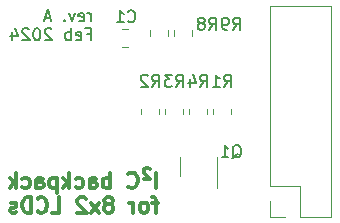
<source format=gbr>
%TF.GenerationSoftware,KiCad,Pcbnew,8.0.6+1*%
%TF.CreationDate,2024-12-08T19:19:35+01:00*%
%TF.ProjectId,8x2 backpack,38783220-6261-4636-9b70-61636b2e6b69,rev?*%
%TF.SameCoordinates,Original*%
%TF.FileFunction,Legend,Bot*%
%TF.FilePolarity,Positive*%
%FSLAX46Y46*%
G04 Gerber Fmt 4.6, Leading zero omitted, Abs format (unit mm)*
G04 Created by KiCad (PCBNEW 8.0.6+1) date 2024-12-08 19:19:35*
%MOMM*%
%LPD*%
G01*
G04 APERTURE LIST*
%ADD10C,0.150000*%
%ADD11C,0.300000*%
%ADD12C,0.120000*%
G04 APERTURE END LIST*
D10*
X42163220Y-41759875D02*
X42163220Y-41093208D01*
X42163220Y-41283684D02*
X42115601Y-41188446D01*
X42115601Y-41188446D02*
X42067982Y-41140827D01*
X42067982Y-41140827D02*
X41972744Y-41093208D01*
X41972744Y-41093208D02*
X41877506Y-41093208D01*
X41163220Y-41712256D02*
X41258458Y-41759875D01*
X41258458Y-41759875D02*
X41448934Y-41759875D01*
X41448934Y-41759875D02*
X41544172Y-41712256D01*
X41544172Y-41712256D02*
X41591791Y-41617017D01*
X41591791Y-41617017D02*
X41591791Y-41236065D01*
X41591791Y-41236065D02*
X41544172Y-41140827D01*
X41544172Y-41140827D02*
X41448934Y-41093208D01*
X41448934Y-41093208D02*
X41258458Y-41093208D01*
X41258458Y-41093208D02*
X41163220Y-41140827D01*
X41163220Y-41140827D02*
X41115601Y-41236065D01*
X41115601Y-41236065D02*
X41115601Y-41331303D01*
X41115601Y-41331303D02*
X41591791Y-41426541D01*
X40782267Y-41093208D02*
X40544172Y-41759875D01*
X40544172Y-41759875D02*
X40306077Y-41093208D01*
X39925124Y-41664636D02*
X39877505Y-41712256D01*
X39877505Y-41712256D02*
X39925124Y-41759875D01*
X39925124Y-41759875D02*
X39972743Y-41712256D01*
X39972743Y-41712256D02*
X39925124Y-41664636D01*
X39925124Y-41664636D02*
X39925124Y-41759875D01*
X38734648Y-41474160D02*
X38258458Y-41474160D01*
X38829886Y-41759875D02*
X38496553Y-40759875D01*
X38496553Y-40759875D02*
X38163220Y-41759875D01*
X41829887Y-42846009D02*
X42163220Y-42846009D01*
X42163220Y-43369819D02*
X42163220Y-42369819D01*
X42163220Y-42369819D02*
X41687030Y-42369819D01*
X40925125Y-43322200D02*
X41020363Y-43369819D01*
X41020363Y-43369819D02*
X41210839Y-43369819D01*
X41210839Y-43369819D02*
X41306077Y-43322200D01*
X41306077Y-43322200D02*
X41353696Y-43226961D01*
X41353696Y-43226961D02*
X41353696Y-42846009D01*
X41353696Y-42846009D02*
X41306077Y-42750771D01*
X41306077Y-42750771D02*
X41210839Y-42703152D01*
X41210839Y-42703152D02*
X41020363Y-42703152D01*
X41020363Y-42703152D02*
X40925125Y-42750771D01*
X40925125Y-42750771D02*
X40877506Y-42846009D01*
X40877506Y-42846009D02*
X40877506Y-42941247D01*
X40877506Y-42941247D02*
X41353696Y-43036485D01*
X40448934Y-43369819D02*
X40448934Y-42369819D01*
X40448934Y-42750771D02*
X40353696Y-42703152D01*
X40353696Y-42703152D02*
X40163220Y-42703152D01*
X40163220Y-42703152D02*
X40067982Y-42750771D01*
X40067982Y-42750771D02*
X40020363Y-42798390D01*
X40020363Y-42798390D02*
X39972744Y-42893628D01*
X39972744Y-42893628D02*
X39972744Y-43179342D01*
X39972744Y-43179342D02*
X40020363Y-43274580D01*
X40020363Y-43274580D02*
X40067982Y-43322200D01*
X40067982Y-43322200D02*
X40163220Y-43369819D01*
X40163220Y-43369819D02*
X40353696Y-43369819D01*
X40353696Y-43369819D02*
X40448934Y-43322200D01*
X38829886Y-42465057D02*
X38782267Y-42417438D01*
X38782267Y-42417438D02*
X38687029Y-42369819D01*
X38687029Y-42369819D02*
X38448934Y-42369819D01*
X38448934Y-42369819D02*
X38353696Y-42417438D01*
X38353696Y-42417438D02*
X38306077Y-42465057D01*
X38306077Y-42465057D02*
X38258458Y-42560295D01*
X38258458Y-42560295D02*
X38258458Y-42655533D01*
X38258458Y-42655533D02*
X38306077Y-42798390D01*
X38306077Y-42798390D02*
X38877505Y-43369819D01*
X38877505Y-43369819D02*
X38258458Y-43369819D01*
X37639410Y-42369819D02*
X37544172Y-42369819D01*
X37544172Y-42369819D02*
X37448934Y-42417438D01*
X37448934Y-42417438D02*
X37401315Y-42465057D01*
X37401315Y-42465057D02*
X37353696Y-42560295D01*
X37353696Y-42560295D02*
X37306077Y-42750771D01*
X37306077Y-42750771D02*
X37306077Y-42988866D01*
X37306077Y-42988866D02*
X37353696Y-43179342D01*
X37353696Y-43179342D02*
X37401315Y-43274580D01*
X37401315Y-43274580D02*
X37448934Y-43322200D01*
X37448934Y-43322200D02*
X37544172Y-43369819D01*
X37544172Y-43369819D02*
X37639410Y-43369819D01*
X37639410Y-43369819D02*
X37734648Y-43322200D01*
X37734648Y-43322200D02*
X37782267Y-43274580D01*
X37782267Y-43274580D02*
X37829886Y-43179342D01*
X37829886Y-43179342D02*
X37877505Y-42988866D01*
X37877505Y-42988866D02*
X37877505Y-42750771D01*
X37877505Y-42750771D02*
X37829886Y-42560295D01*
X37829886Y-42560295D02*
X37782267Y-42465057D01*
X37782267Y-42465057D02*
X37734648Y-42417438D01*
X37734648Y-42417438D02*
X37639410Y-42369819D01*
X36925124Y-42465057D02*
X36877505Y-42417438D01*
X36877505Y-42417438D02*
X36782267Y-42369819D01*
X36782267Y-42369819D02*
X36544172Y-42369819D01*
X36544172Y-42369819D02*
X36448934Y-42417438D01*
X36448934Y-42417438D02*
X36401315Y-42465057D01*
X36401315Y-42465057D02*
X36353696Y-42560295D01*
X36353696Y-42560295D02*
X36353696Y-42655533D01*
X36353696Y-42655533D02*
X36401315Y-42798390D01*
X36401315Y-42798390D02*
X36972743Y-43369819D01*
X36972743Y-43369819D02*
X36353696Y-43369819D01*
X35496553Y-42703152D02*
X35496553Y-43369819D01*
X35734648Y-42322200D02*
X35972743Y-43036485D01*
X35972743Y-43036485D02*
X35353696Y-43036485D01*
D11*
X47689608Y-55898377D02*
X47689608Y-54598377D01*
X47132464Y-54288853D02*
X47008655Y-54226949D01*
X47008655Y-54226949D02*
X46822941Y-54226949D01*
X46822941Y-54226949D02*
X46699131Y-54288853D01*
X46699131Y-54288853D02*
X46637226Y-54412663D01*
X46637226Y-54412663D02*
X46637226Y-54536473D01*
X46637226Y-54536473D02*
X46699131Y-54660282D01*
X46699131Y-54660282D02*
X47132464Y-55093615D01*
X47132464Y-55093615D02*
X46637226Y-55093615D01*
X45337227Y-55774568D02*
X45399131Y-55836473D01*
X45399131Y-55836473D02*
X45584846Y-55898377D01*
X45584846Y-55898377D02*
X45708655Y-55898377D01*
X45708655Y-55898377D02*
X45894369Y-55836473D01*
X45894369Y-55836473D02*
X46018179Y-55712663D01*
X46018179Y-55712663D02*
X46080084Y-55588853D01*
X46080084Y-55588853D02*
X46141988Y-55341234D01*
X46141988Y-55341234D02*
X46141988Y-55155520D01*
X46141988Y-55155520D02*
X46080084Y-54907901D01*
X46080084Y-54907901D02*
X46018179Y-54784092D01*
X46018179Y-54784092D02*
X45894369Y-54660282D01*
X45894369Y-54660282D02*
X45708655Y-54598377D01*
X45708655Y-54598377D02*
X45584846Y-54598377D01*
X45584846Y-54598377D02*
X45399131Y-54660282D01*
X45399131Y-54660282D02*
X45337227Y-54722187D01*
X43789608Y-55898377D02*
X43789608Y-54598377D01*
X43789608Y-55093615D02*
X43665798Y-55031711D01*
X43665798Y-55031711D02*
X43418179Y-55031711D01*
X43418179Y-55031711D02*
X43294370Y-55093615D01*
X43294370Y-55093615D02*
X43232465Y-55155520D01*
X43232465Y-55155520D02*
X43170560Y-55279330D01*
X43170560Y-55279330D02*
X43170560Y-55650758D01*
X43170560Y-55650758D02*
X43232465Y-55774568D01*
X43232465Y-55774568D02*
X43294370Y-55836473D01*
X43294370Y-55836473D02*
X43418179Y-55898377D01*
X43418179Y-55898377D02*
X43665798Y-55898377D01*
X43665798Y-55898377D02*
X43789608Y-55836473D01*
X42056275Y-55898377D02*
X42056275Y-55217425D01*
X42056275Y-55217425D02*
X42118180Y-55093615D01*
X42118180Y-55093615D02*
X42241989Y-55031711D01*
X42241989Y-55031711D02*
X42489608Y-55031711D01*
X42489608Y-55031711D02*
X42613418Y-55093615D01*
X42056275Y-55836473D02*
X42180084Y-55898377D01*
X42180084Y-55898377D02*
X42489608Y-55898377D01*
X42489608Y-55898377D02*
X42613418Y-55836473D01*
X42613418Y-55836473D02*
X42675322Y-55712663D01*
X42675322Y-55712663D02*
X42675322Y-55588853D01*
X42675322Y-55588853D02*
X42613418Y-55465044D01*
X42613418Y-55465044D02*
X42489608Y-55403139D01*
X42489608Y-55403139D02*
X42180084Y-55403139D01*
X42180084Y-55403139D02*
X42056275Y-55341234D01*
X40880085Y-55836473D02*
X41003894Y-55898377D01*
X41003894Y-55898377D02*
X41251513Y-55898377D01*
X41251513Y-55898377D02*
X41375323Y-55836473D01*
X41375323Y-55836473D02*
X41437228Y-55774568D01*
X41437228Y-55774568D02*
X41499132Y-55650758D01*
X41499132Y-55650758D02*
X41499132Y-55279330D01*
X41499132Y-55279330D02*
X41437228Y-55155520D01*
X41437228Y-55155520D02*
X41375323Y-55093615D01*
X41375323Y-55093615D02*
X41251513Y-55031711D01*
X41251513Y-55031711D02*
X41003894Y-55031711D01*
X41003894Y-55031711D02*
X40880085Y-55093615D01*
X40322942Y-55898377D02*
X40322942Y-54598377D01*
X40199132Y-55403139D02*
X39827704Y-55898377D01*
X39827704Y-55031711D02*
X40322942Y-55526949D01*
X39270561Y-55031711D02*
X39270561Y-56331711D01*
X39270561Y-55093615D02*
X39146751Y-55031711D01*
X39146751Y-55031711D02*
X38899132Y-55031711D01*
X38899132Y-55031711D02*
X38775323Y-55093615D01*
X38775323Y-55093615D02*
X38713418Y-55155520D01*
X38713418Y-55155520D02*
X38651513Y-55279330D01*
X38651513Y-55279330D02*
X38651513Y-55650758D01*
X38651513Y-55650758D02*
X38713418Y-55774568D01*
X38713418Y-55774568D02*
X38775323Y-55836473D01*
X38775323Y-55836473D02*
X38899132Y-55898377D01*
X38899132Y-55898377D02*
X39146751Y-55898377D01*
X39146751Y-55898377D02*
X39270561Y-55836473D01*
X37537228Y-55898377D02*
X37537228Y-55217425D01*
X37537228Y-55217425D02*
X37599133Y-55093615D01*
X37599133Y-55093615D02*
X37722942Y-55031711D01*
X37722942Y-55031711D02*
X37970561Y-55031711D01*
X37970561Y-55031711D02*
X38094371Y-55093615D01*
X37537228Y-55836473D02*
X37661037Y-55898377D01*
X37661037Y-55898377D02*
X37970561Y-55898377D01*
X37970561Y-55898377D02*
X38094371Y-55836473D01*
X38094371Y-55836473D02*
X38156275Y-55712663D01*
X38156275Y-55712663D02*
X38156275Y-55588853D01*
X38156275Y-55588853D02*
X38094371Y-55465044D01*
X38094371Y-55465044D02*
X37970561Y-55403139D01*
X37970561Y-55403139D02*
X37661037Y-55403139D01*
X37661037Y-55403139D02*
X37537228Y-55341234D01*
X36361038Y-55836473D02*
X36484847Y-55898377D01*
X36484847Y-55898377D02*
X36732466Y-55898377D01*
X36732466Y-55898377D02*
X36856276Y-55836473D01*
X36856276Y-55836473D02*
X36918181Y-55774568D01*
X36918181Y-55774568D02*
X36980085Y-55650758D01*
X36980085Y-55650758D02*
X36980085Y-55279330D01*
X36980085Y-55279330D02*
X36918181Y-55155520D01*
X36918181Y-55155520D02*
X36856276Y-55093615D01*
X36856276Y-55093615D02*
X36732466Y-55031711D01*
X36732466Y-55031711D02*
X36484847Y-55031711D01*
X36484847Y-55031711D02*
X36361038Y-55093615D01*
X35803895Y-55898377D02*
X35803895Y-54598377D01*
X35680085Y-55403139D02*
X35308657Y-55898377D01*
X35308657Y-55031711D02*
X35803895Y-55526949D01*
X47875322Y-57124638D02*
X47380084Y-57124638D01*
X47689608Y-57991304D02*
X47689608Y-56877019D01*
X47689608Y-56877019D02*
X47627703Y-56753209D01*
X47627703Y-56753209D02*
X47503893Y-56691304D01*
X47503893Y-56691304D02*
X47380084Y-56691304D01*
X46761036Y-57991304D02*
X46884846Y-57929400D01*
X46884846Y-57929400D02*
X46946751Y-57867495D01*
X46946751Y-57867495D02*
X47008655Y-57743685D01*
X47008655Y-57743685D02*
X47008655Y-57372257D01*
X47008655Y-57372257D02*
X46946751Y-57248447D01*
X46946751Y-57248447D02*
X46884846Y-57186542D01*
X46884846Y-57186542D02*
X46761036Y-57124638D01*
X46761036Y-57124638D02*
X46575322Y-57124638D01*
X46575322Y-57124638D02*
X46451513Y-57186542D01*
X46451513Y-57186542D02*
X46389608Y-57248447D01*
X46389608Y-57248447D02*
X46327703Y-57372257D01*
X46327703Y-57372257D02*
X46327703Y-57743685D01*
X46327703Y-57743685D02*
X46389608Y-57867495D01*
X46389608Y-57867495D02*
X46451513Y-57929400D01*
X46451513Y-57929400D02*
X46575322Y-57991304D01*
X46575322Y-57991304D02*
X46761036Y-57991304D01*
X45770561Y-57991304D02*
X45770561Y-57124638D01*
X45770561Y-57372257D02*
X45708656Y-57248447D01*
X45708656Y-57248447D02*
X45646751Y-57186542D01*
X45646751Y-57186542D02*
X45522942Y-57124638D01*
X45522942Y-57124638D02*
X45399132Y-57124638D01*
X43789608Y-57248447D02*
X43913418Y-57186542D01*
X43913418Y-57186542D02*
X43975323Y-57124638D01*
X43975323Y-57124638D02*
X44037227Y-57000828D01*
X44037227Y-57000828D02*
X44037227Y-56938923D01*
X44037227Y-56938923D02*
X43975323Y-56815114D01*
X43975323Y-56815114D02*
X43913418Y-56753209D01*
X43913418Y-56753209D02*
X43789608Y-56691304D01*
X43789608Y-56691304D02*
X43541989Y-56691304D01*
X43541989Y-56691304D02*
X43418180Y-56753209D01*
X43418180Y-56753209D02*
X43356275Y-56815114D01*
X43356275Y-56815114D02*
X43294370Y-56938923D01*
X43294370Y-56938923D02*
X43294370Y-57000828D01*
X43294370Y-57000828D02*
X43356275Y-57124638D01*
X43356275Y-57124638D02*
X43418180Y-57186542D01*
X43418180Y-57186542D02*
X43541989Y-57248447D01*
X43541989Y-57248447D02*
X43789608Y-57248447D01*
X43789608Y-57248447D02*
X43913418Y-57310352D01*
X43913418Y-57310352D02*
X43975323Y-57372257D01*
X43975323Y-57372257D02*
X44037227Y-57496066D01*
X44037227Y-57496066D02*
X44037227Y-57743685D01*
X44037227Y-57743685D02*
X43975323Y-57867495D01*
X43975323Y-57867495D02*
X43913418Y-57929400D01*
X43913418Y-57929400D02*
X43789608Y-57991304D01*
X43789608Y-57991304D02*
X43541989Y-57991304D01*
X43541989Y-57991304D02*
X43418180Y-57929400D01*
X43418180Y-57929400D02*
X43356275Y-57867495D01*
X43356275Y-57867495D02*
X43294370Y-57743685D01*
X43294370Y-57743685D02*
X43294370Y-57496066D01*
X43294370Y-57496066D02*
X43356275Y-57372257D01*
X43356275Y-57372257D02*
X43418180Y-57310352D01*
X43418180Y-57310352D02*
X43541989Y-57248447D01*
X42861037Y-57991304D02*
X42180085Y-57124638D01*
X42861037Y-57124638D02*
X42180085Y-57991304D01*
X41746751Y-56815114D02*
X41684847Y-56753209D01*
X41684847Y-56753209D02*
X41561037Y-56691304D01*
X41561037Y-56691304D02*
X41251513Y-56691304D01*
X41251513Y-56691304D02*
X41127704Y-56753209D01*
X41127704Y-56753209D02*
X41065799Y-56815114D01*
X41065799Y-56815114D02*
X41003894Y-56938923D01*
X41003894Y-56938923D02*
X41003894Y-57062733D01*
X41003894Y-57062733D02*
X41065799Y-57248447D01*
X41065799Y-57248447D02*
X41808656Y-57991304D01*
X41808656Y-57991304D02*
X41003894Y-57991304D01*
X38837228Y-57991304D02*
X39456276Y-57991304D01*
X39456276Y-57991304D02*
X39456276Y-56691304D01*
X37661038Y-57867495D02*
X37722942Y-57929400D01*
X37722942Y-57929400D02*
X37908657Y-57991304D01*
X37908657Y-57991304D02*
X38032466Y-57991304D01*
X38032466Y-57991304D02*
X38218180Y-57929400D01*
X38218180Y-57929400D02*
X38341990Y-57805590D01*
X38341990Y-57805590D02*
X38403895Y-57681780D01*
X38403895Y-57681780D02*
X38465799Y-57434161D01*
X38465799Y-57434161D02*
X38465799Y-57248447D01*
X38465799Y-57248447D02*
X38403895Y-57000828D01*
X38403895Y-57000828D02*
X38341990Y-56877019D01*
X38341990Y-56877019D02*
X38218180Y-56753209D01*
X38218180Y-56753209D02*
X38032466Y-56691304D01*
X38032466Y-56691304D02*
X37908657Y-56691304D01*
X37908657Y-56691304D02*
X37722942Y-56753209D01*
X37722942Y-56753209D02*
X37661038Y-56815114D01*
X37103895Y-57991304D02*
X37103895Y-56691304D01*
X37103895Y-56691304D02*
X36794371Y-56691304D01*
X36794371Y-56691304D02*
X36608657Y-56753209D01*
X36608657Y-56753209D02*
X36484847Y-56877019D01*
X36484847Y-56877019D02*
X36422942Y-57000828D01*
X36422942Y-57000828D02*
X36361038Y-57248447D01*
X36361038Y-57248447D02*
X36361038Y-57434161D01*
X36361038Y-57434161D02*
X36422942Y-57681780D01*
X36422942Y-57681780D02*
X36484847Y-57805590D01*
X36484847Y-57805590D02*
X36608657Y-57929400D01*
X36608657Y-57929400D02*
X36794371Y-57991304D01*
X36794371Y-57991304D02*
X37103895Y-57991304D01*
X35865799Y-57929400D02*
X35741990Y-57991304D01*
X35741990Y-57991304D02*
X35494371Y-57991304D01*
X35494371Y-57991304D02*
X35370561Y-57929400D01*
X35370561Y-57929400D02*
X35308657Y-57805590D01*
X35308657Y-57805590D02*
X35308657Y-57743685D01*
X35308657Y-57743685D02*
X35370561Y-57619876D01*
X35370561Y-57619876D02*
X35494371Y-57557971D01*
X35494371Y-57557971D02*
X35680085Y-57557971D01*
X35680085Y-57557971D02*
X35803895Y-57496066D01*
X35803895Y-57496066D02*
X35865799Y-57372257D01*
X35865799Y-57372257D02*
X35865799Y-57310352D01*
X35865799Y-57310352D02*
X35803895Y-57186542D01*
X35803895Y-57186542D02*
X35680085Y-57124638D01*
X35680085Y-57124638D02*
X35494371Y-57124638D01*
X35494371Y-57124638D02*
X35370561Y-57186542D01*
D10*
X49379166Y-47317819D02*
X49712499Y-46841628D01*
X49950594Y-47317819D02*
X49950594Y-46317819D01*
X49950594Y-46317819D02*
X49569642Y-46317819D01*
X49569642Y-46317819D02*
X49474404Y-46365438D01*
X49474404Y-46365438D02*
X49426785Y-46413057D01*
X49426785Y-46413057D02*
X49379166Y-46508295D01*
X49379166Y-46508295D02*
X49379166Y-46651152D01*
X49379166Y-46651152D02*
X49426785Y-46746390D01*
X49426785Y-46746390D02*
X49474404Y-46794009D01*
X49474404Y-46794009D02*
X49569642Y-46841628D01*
X49569642Y-46841628D02*
X49950594Y-46841628D01*
X49045832Y-46317819D02*
X48426785Y-46317819D01*
X48426785Y-46317819D02*
X48760118Y-46698771D01*
X48760118Y-46698771D02*
X48617261Y-46698771D01*
X48617261Y-46698771D02*
X48522023Y-46746390D01*
X48522023Y-46746390D02*
X48474404Y-46794009D01*
X48474404Y-46794009D02*
X48426785Y-46889247D01*
X48426785Y-46889247D02*
X48426785Y-47127342D01*
X48426785Y-47127342D02*
X48474404Y-47222580D01*
X48474404Y-47222580D02*
X48522023Y-47270200D01*
X48522023Y-47270200D02*
X48617261Y-47317819D01*
X48617261Y-47317819D02*
X48902975Y-47317819D01*
X48902975Y-47317819D02*
X48998213Y-47270200D01*
X48998213Y-47270200D02*
X49045832Y-47222580D01*
X45315166Y-41761580D02*
X45362785Y-41809200D01*
X45362785Y-41809200D02*
X45505642Y-41856819D01*
X45505642Y-41856819D02*
X45600880Y-41856819D01*
X45600880Y-41856819D02*
X45743737Y-41809200D01*
X45743737Y-41809200D02*
X45838975Y-41713961D01*
X45838975Y-41713961D02*
X45886594Y-41618723D01*
X45886594Y-41618723D02*
X45934213Y-41428247D01*
X45934213Y-41428247D02*
X45934213Y-41285390D01*
X45934213Y-41285390D02*
X45886594Y-41094914D01*
X45886594Y-41094914D02*
X45838975Y-40999676D01*
X45838975Y-40999676D02*
X45743737Y-40904438D01*
X45743737Y-40904438D02*
X45600880Y-40856819D01*
X45600880Y-40856819D02*
X45505642Y-40856819D01*
X45505642Y-40856819D02*
X45362785Y-40904438D01*
X45362785Y-40904438D02*
X45315166Y-40952057D01*
X44362785Y-41856819D02*
X44934213Y-41856819D01*
X44648499Y-41856819D02*
X44648499Y-40856819D01*
X44648499Y-40856819D02*
X44743737Y-40999676D01*
X44743737Y-40999676D02*
X44838975Y-41094914D01*
X44838975Y-41094914D02*
X44934213Y-41142533D01*
X53443166Y-47317819D02*
X53776499Y-46841628D01*
X54014594Y-47317819D02*
X54014594Y-46317819D01*
X54014594Y-46317819D02*
X53633642Y-46317819D01*
X53633642Y-46317819D02*
X53538404Y-46365438D01*
X53538404Y-46365438D02*
X53490785Y-46413057D01*
X53490785Y-46413057D02*
X53443166Y-46508295D01*
X53443166Y-46508295D02*
X53443166Y-46651152D01*
X53443166Y-46651152D02*
X53490785Y-46746390D01*
X53490785Y-46746390D02*
X53538404Y-46794009D01*
X53538404Y-46794009D02*
X53633642Y-46841628D01*
X53633642Y-46841628D02*
X54014594Y-46841628D01*
X52490785Y-47317819D02*
X53062213Y-47317819D01*
X52776499Y-47317819D02*
X52776499Y-46317819D01*
X52776499Y-46317819D02*
X52871737Y-46460676D01*
X52871737Y-46460676D02*
X52966975Y-46555914D01*
X52966975Y-46555914D02*
X53062213Y-46603533D01*
X52173166Y-42491819D02*
X52506499Y-42015628D01*
X52744594Y-42491819D02*
X52744594Y-41491819D01*
X52744594Y-41491819D02*
X52363642Y-41491819D01*
X52363642Y-41491819D02*
X52268404Y-41539438D01*
X52268404Y-41539438D02*
X52220785Y-41587057D01*
X52220785Y-41587057D02*
X52173166Y-41682295D01*
X52173166Y-41682295D02*
X52173166Y-41825152D01*
X52173166Y-41825152D02*
X52220785Y-41920390D01*
X52220785Y-41920390D02*
X52268404Y-41968009D01*
X52268404Y-41968009D02*
X52363642Y-42015628D01*
X52363642Y-42015628D02*
X52744594Y-42015628D01*
X51601737Y-41920390D02*
X51696975Y-41872771D01*
X51696975Y-41872771D02*
X51744594Y-41825152D01*
X51744594Y-41825152D02*
X51792213Y-41729914D01*
X51792213Y-41729914D02*
X51792213Y-41682295D01*
X51792213Y-41682295D02*
X51744594Y-41587057D01*
X51744594Y-41587057D02*
X51696975Y-41539438D01*
X51696975Y-41539438D02*
X51601737Y-41491819D01*
X51601737Y-41491819D02*
X51411261Y-41491819D01*
X51411261Y-41491819D02*
X51316023Y-41539438D01*
X51316023Y-41539438D02*
X51268404Y-41587057D01*
X51268404Y-41587057D02*
X51220785Y-41682295D01*
X51220785Y-41682295D02*
X51220785Y-41729914D01*
X51220785Y-41729914D02*
X51268404Y-41825152D01*
X51268404Y-41825152D02*
X51316023Y-41872771D01*
X51316023Y-41872771D02*
X51411261Y-41920390D01*
X51411261Y-41920390D02*
X51601737Y-41920390D01*
X51601737Y-41920390D02*
X51696975Y-41968009D01*
X51696975Y-41968009D02*
X51744594Y-42015628D01*
X51744594Y-42015628D02*
X51792213Y-42110866D01*
X51792213Y-42110866D02*
X51792213Y-42301342D01*
X51792213Y-42301342D02*
X51744594Y-42396580D01*
X51744594Y-42396580D02*
X51696975Y-42444200D01*
X51696975Y-42444200D02*
X51601737Y-42491819D01*
X51601737Y-42491819D02*
X51411261Y-42491819D01*
X51411261Y-42491819D02*
X51316023Y-42444200D01*
X51316023Y-42444200D02*
X51268404Y-42396580D01*
X51268404Y-42396580D02*
X51220785Y-42301342D01*
X51220785Y-42301342D02*
X51220785Y-42110866D01*
X51220785Y-42110866D02*
X51268404Y-42015628D01*
X51268404Y-42015628D02*
X51316023Y-41968009D01*
X51316023Y-41968009D02*
X51411261Y-41920390D01*
X54205166Y-42491819D02*
X54538499Y-42015628D01*
X54776594Y-42491819D02*
X54776594Y-41491819D01*
X54776594Y-41491819D02*
X54395642Y-41491819D01*
X54395642Y-41491819D02*
X54300404Y-41539438D01*
X54300404Y-41539438D02*
X54252785Y-41587057D01*
X54252785Y-41587057D02*
X54205166Y-41682295D01*
X54205166Y-41682295D02*
X54205166Y-41825152D01*
X54205166Y-41825152D02*
X54252785Y-41920390D01*
X54252785Y-41920390D02*
X54300404Y-41968009D01*
X54300404Y-41968009D02*
X54395642Y-42015628D01*
X54395642Y-42015628D02*
X54776594Y-42015628D01*
X53728975Y-42491819D02*
X53538499Y-42491819D01*
X53538499Y-42491819D02*
X53443261Y-42444200D01*
X53443261Y-42444200D02*
X53395642Y-42396580D01*
X53395642Y-42396580D02*
X53300404Y-42253723D01*
X53300404Y-42253723D02*
X53252785Y-42063247D01*
X53252785Y-42063247D02*
X53252785Y-41682295D01*
X53252785Y-41682295D02*
X53300404Y-41587057D01*
X53300404Y-41587057D02*
X53348023Y-41539438D01*
X53348023Y-41539438D02*
X53443261Y-41491819D01*
X53443261Y-41491819D02*
X53633737Y-41491819D01*
X53633737Y-41491819D02*
X53728975Y-41539438D01*
X53728975Y-41539438D02*
X53776594Y-41587057D01*
X53776594Y-41587057D02*
X53824213Y-41682295D01*
X53824213Y-41682295D02*
X53824213Y-41920390D01*
X53824213Y-41920390D02*
X53776594Y-42015628D01*
X53776594Y-42015628D02*
X53728975Y-42063247D01*
X53728975Y-42063247D02*
X53633737Y-42110866D01*
X53633737Y-42110866D02*
X53443261Y-42110866D01*
X53443261Y-42110866D02*
X53348023Y-42063247D01*
X53348023Y-42063247D02*
X53300404Y-42015628D01*
X53300404Y-42015628D02*
X53252785Y-41920390D01*
X54133738Y-53382057D02*
X54228976Y-53334438D01*
X54228976Y-53334438D02*
X54324214Y-53239200D01*
X54324214Y-53239200D02*
X54467071Y-53096342D01*
X54467071Y-53096342D02*
X54562309Y-53048723D01*
X54562309Y-53048723D02*
X54657547Y-53048723D01*
X54609928Y-53286819D02*
X54705166Y-53239200D01*
X54705166Y-53239200D02*
X54800404Y-53143961D01*
X54800404Y-53143961D02*
X54848023Y-52953485D01*
X54848023Y-52953485D02*
X54848023Y-52620152D01*
X54848023Y-52620152D02*
X54800404Y-52429676D01*
X54800404Y-52429676D02*
X54705166Y-52334438D01*
X54705166Y-52334438D02*
X54609928Y-52286819D01*
X54609928Y-52286819D02*
X54419452Y-52286819D01*
X54419452Y-52286819D02*
X54324214Y-52334438D01*
X54324214Y-52334438D02*
X54228976Y-52429676D01*
X54228976Y-52429676D02*
X54181357Y-52620152D01*
X54181357Y-52620152D02*
X54181357Y-52953485D01*
X54181357Y-52953485D02*
X54228976Y-53143961D01*
X54228976Y-53143961D02*
X54324214Y-53239200D01*
X54324214Y-53239200D02*
X54419452Y-53286819D01*
X54419452Y-53286819D02*
X54609928Y-53286819D01*
X53228976Y-53286819D02*
X53800404Y-53286819D01*
X53514690Y-53286819D02*
X53514690Y-52286819D01*
X53514690Y-52286819D02*
X53609928Y-52429676D01*
X53609928Y-52429676D02*
X53705166Y-52524914D01*
X53705166Y-52524914D02*
X53800404Y-52572533D01*
X47347166Y-47317819D02*
X47680499Y-46841628D01*
X47918594Y-47317819D02*
X47918594Y-46317819D01*
X47918594Y-46317819D02*
X47537642Y-46317819D01*
X47537642Y-46317819D02*
X47442404Y-46365438D01*
X47442404Y-46365438D02*
X47394785Y-46413057D01*
X47394785Y-46413057D02*
X47347166Y-46508295D01*
X47347166Y-46508295D02*
X47347166Y-46651152D01*
X47347166Y-46651152D02*
X47394785Y-46746390D01*
X47394785Y-46746390D02*
X47442404Y-46794009D01*
X47442404Y-46794009D02*
X47537642Y-46841628D01*
X47537642Y-46841628D02*
X47918594Y-46841628D01*
X46966213Y-46413057D02*
X46918594Y-46365438D01*
X46918594Y-46365438D02*
X46823356Y-46317819D01*
X46823356Y-46317819D02*
X46585261Y-46317819D01*
X46585261Y-46317819D02*
X46490023Y-46365438D01*
X46490023Y-46365438D02*
X46442404Y-46413057D01*
X46442404Y-46413057D02*
X46394785Y-46508295D01*
X46394785Y-46508295D02*
X46394785Y-46603533D01*
X46394785Y-46603533D02*
X46442404Y-46746390D01*
X46442404Y-46746390D02*
X47013832Y-47317819D01*
X47013832Y-47317819D02*
X46394785Y-47317819D01*
X51411166Y-47317819D02*
X51744499Y-46841628D01*
X51982594Y-47317819D02*
X51982594Y-46317819D01*
X51982594Y-46317819D02*
X51601642Y-46317819D01*
X51601642Y-46317819D02*
X51506404Y-46365438D01*
X51506404Y-46365438D02*
X51458785Y-46413057D01*
X51458785Y-46413057D02*
X51411166Y-46508295D01*
X51411166Y-46508295D02*
X51411166Y-46651152D01*
X51411166Y-46651152D02*
X51458785Y-46746390D01*
X51458785Y-46746390D02*
X51506404Y-46794009D01*
X51506404Y-46794009D02*
X51601642Y-46841628D01*
X51601642Y-46841628D02*
X51982594Y-46841628D01*
X50554023Y-46651152D02*
X50554023Y-47317819D01*
X50792118Y-46270200D02*
X51030213Y-46984485D01*
X51030213Y-46984485D02*
X50411166Y-46984485D01*
D12*
%TO.C,R3*%
X48477500Y-49630064D02*
X48477500Y-49175936D01*
X49947500Y-49630064D02*
X49947500Y-49175936D01*
%TO.C,C1*%
X44821248Y-42445000D02*
X45343752Y-42445000D01*
X44821248Y-43915000D02*
X45343752Y-43915000D01*
%TO.C,R1*%
X54011500Y-49175936D02*
X54011500Y-49630064D01*
X52541500Y-49175936D02*
X52541500Y-49630064D01*
%TO.C,J1*%
X57304500Y-40444000D02*
X62504500Y-40444000D01*
X57304500Y-55744000D02*
X57304500Y-40444000D01*
X57304500Y-55744000D02*
X59904500Y-55744000D01*
X57304500Y-57014000D02*
X57304500Y-58344000D01*
X57304500Y-58344000D02*
X58634500Y-58344000D01*
X59904500Y-55744000D02*
X59904500Y-58344000D01*
X59904500Y-58344000D02*
X62504500Y-58344000D01*
X62504500Y-58344000D02*
X62504500Y-40444000D01*
%TO.C,R8*%
X47207500Y-43002564D02*
X47207500Y-42548436D01*
X48677500Y-43002564D02*
X48677500Y-42548436D01*
%TO.C,R9*%
X49239500Y-43002564D02*
X49239500Y-42548436D01*
X50709500Y-43002564D02*
X50709500Y-42548436D01*
%TO.C,Q1*%
X49684500Y-54096500D02*
X49684500Y-54896500D01*
X49684500Y-54096500D02*
X49684500Y-53296500D01*
X52804500Y-54096500D02*
X52804500Y-55896500D01*
X52804500Y-54096500D02*
X52804500Y-53296500D01*
%TO.C,R2*%
X46445500Y-49630064D02*
X46445500Y-49175936D01*
X47915500Y-49630064D02*
X47915500Y-49175936D01*
%TO.C,R4*%
X50509500Y-49630064D02*
X50509500Y-49175936D01*
X51979500Y-49630064D02*
X51979500Y-49175936D01*
%TD*%
M02*

</source>
